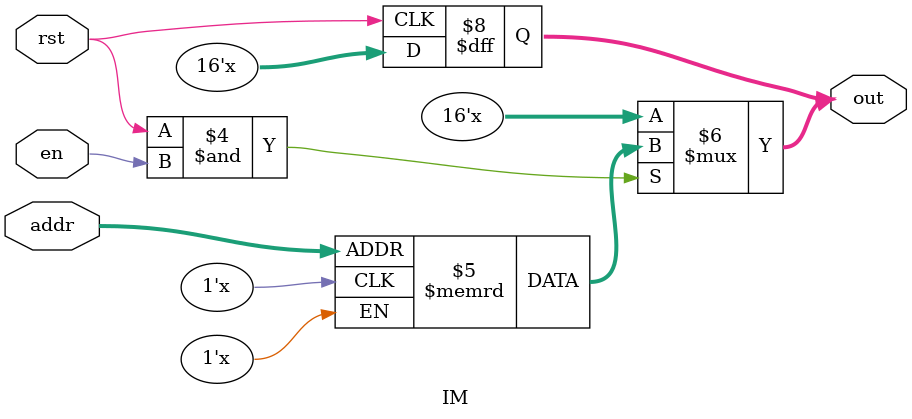
<source format=v>
module IM(
  input [9:0] addr,
  input en,
  input rst,
  output reg [15:0] out
);

reg [15:0] rom [1023:0];

always @(negedge rst) begin
  if (!rst) begin
    out <= 16'bx;  
 end
end

always @(*) begin
	 if (rst & en) begin
		out <= rom[addr];
	 end
end

endmodule

</source>
